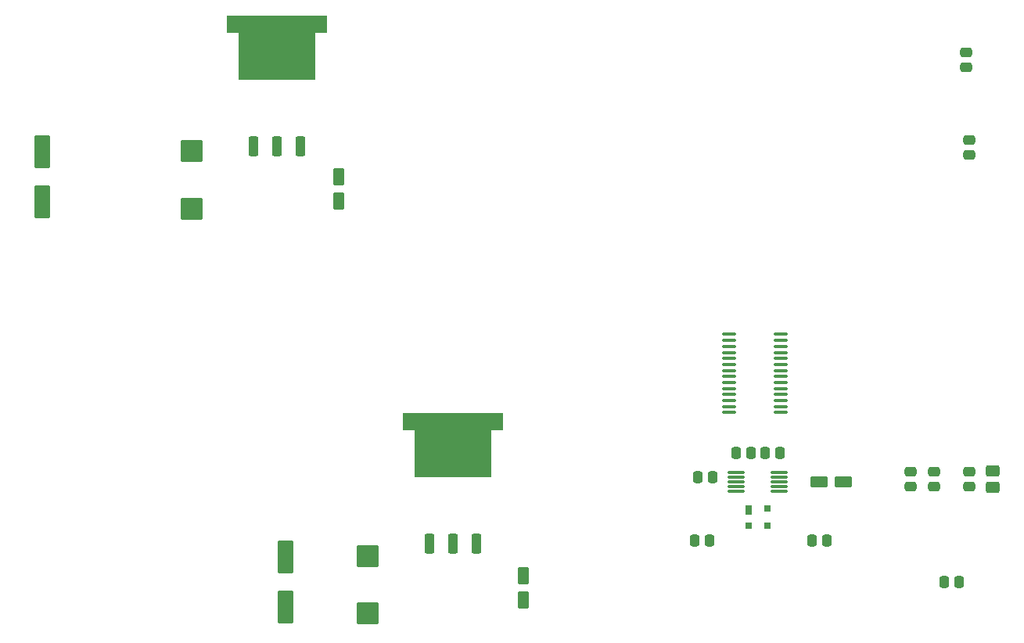
<source format=gtp>
G04*
G04 #@! TF.GenerationSoftware,Altium Limited,Altium Designer,21.9.2 (33)*
G04*
G04 Layer_Color=8421504*
%FSLAX24Y24*%
%MOIN*%
G70*
G04*
G04 #@! TF.SameCoordinates,D973DA56-E0BB-4DEA-AE19-888B2019222A*
G04*
G04*
G04 #@! TF.FilePolarity,Positive*
G04*
G01*
G75*
G04:AMPARAMS|DCode=15|XSize=59.1mil|YSize=49.2mil|CornerRadius=12.3mil|HoleSize=0mil|Usage=FLASHONLY|Rotation=180.000|XOffset=0mil|YOffset=0mil|HoleType=Round|Shape=RoundedRectangle|*
%AMROUNDEDRECTD15*
21,1,0.0591,0.0246,0,0,180.0*
21,1,0.0344,0.0492,0,0,180.0*
1,1,0.0246,-0.0172,0.0123*
1,1,0.0246,0.0172,0.0123*
1,1,0.0246,0.0172,-0.0123*
1,1,0.0246,-0.0172,-0.0123*
%
%ADD15ROUNDEDRECTD15*%
G04:AMPARAMS|DCode=16|XSize=70.9mil|YSize=48.4mil|CornerRadius=4.8mil|HoleSize=0mil|Usage=FLASHONLY|Rotation=270.000|XOffset=0mil|YOffset=0mil|HoleType=Round|Shape=RoundedRectangle|*
%AMROUNDEDRECTD16*
21,1,0.0709,0.0387,0,0,270.0*
21,1,0.0612,0.0484,0,0,270.0*
1,1,0.0097,-0.0194,-0.0306*
1,1,0.0097,-0.0194,0.0306*
1,1,0.0097,0.0194,0.0306*
1,1,0.0097,0.0194,-0.0306*
%
%ADD16ROUNDEDRECTD16*%
G04:AMPARAMS|DCode=17|XSize=141.7mil|YSize=65mil|CornerRadius=6.5mil|HoleSize=0mil|Usage=FLASHONLY|Rotation=270.000|XOffset=0mil|YOffset=0mil|HoleType=Round|Shape=RoundedRectangle|*
%AMROUNDEDRECTD17*
21,1,0.1417,0.0520,0,0,270.0*
21,1,0.1287,0.0650,0,0,270.0*
1,1,0.0130,-0.0260,-0.0644*
1,1,0.0130,-0.0260,0.0644*
1,1,0.0130,0.0260,0.0644*
1,1,0.0130,0.0260,-0.0644*
%
%ADD17ROUNDEDRECTD17*%
G04:AMPARAMS|DCode=18|XSize=93.3mil|YSize=95.7mil|CornerRadius=9.3mil|HoleSize=0mil|Usage=FLASHONLY|Rotation=270.000|XOffset=0mil|YOffset=0mil|HoleType=Round|Shape=RoundedRectangle|*
%AMROUNDEDRECTD18*
21,1,0.0933,0.0770,0,0,270.0*
21,1,0.0746,0.0957,0,0,270.0*
1,1,0.0187,-0.0385,-0.0373*
1,1,0.0187,-0.0385,0.0373*
1,1,0.0187,0.0385,0.0373*
1,1,0.0187,0.0385,-0.0373*
%
%ADD18ROUNDEDRECTD18*%
G04:AMPARAMS|DCode=19|XSize=85mil|YSize=42.1mil|CornerRadius=10.5mil|HoleSize=0mil|Usage=FLASHONLY|Rotation=270.000|XOffset=0mil|YOffset=0mil|HoleType=Round|Shape=RoundedRectangle|*
%AMROUNDEDRECTD19*
21,1,0.0850,0.0211,0,0,270.0*
21,1,0.0640,0.0421,0,0,270.0*
1,1,0.0211,-0.0105,-0.0320*
1,1,0.0211,-0.0105,0.0320*
1,1,0.0211,0.0105,0.0320*
1,1,0.0211,0.0105,-0.0320*
%
%ADD19ROUNDEDRECTD19*%
G04:AMPARAMS|DCode=20|XSize=51.2mil|YSize=39.4mil|CornerRadius=9.8mil|HoleSize=0mil|Usage=FLASHONLY|Rotation=0.000|XOffset=0mil|YOffset=0mil|HoleType=Round|Shape=RoundedRectangle|*
%AMROUNDEDRECTD20*
21,1,0.0512,0.0197,0,0,0.0*
21,1,0.0315,0.0394,0,0,0.0*
1,1,0.0197,0.0157,-0.0098*
1,1,0.0197,-0.0157,-0.0098*
1,1,0.0197,-0.0157,0.0098*
1,1,0.0197,0.0157,0.0098*
%
%ADD20ROUNDEDRECTD20*%
G04:AMPARAMS|DCode=21|XSize=51.2mil|YSize=39.4mil|CornerRadius=9.8mil|HoleSize=0mil|Usage=FLASHONLY|Rotation=270.000|XOffset=0mil|YOffset=0mil|HoleType=Round|Shape=RoundedRectangle|*
%AMROUNDEDRECTD21*
21,1,0.0512,0.0197,0,0,270.0*
21,1,0.0315,0.0394,0,0,270.0*
1,1,0.0197,-0.0098,-0.0157*
1,1,0.0197,-0.0098,0.0157*
1,1,0.0197,0.0098,0.0157*
1,1,0.0197,0.0098,-0.0157*
%
%ADD21ROUNDEDRECTD21*%
G04:AMPARAMS|DCode=22|XSize=11.8mil|YSize=72.8mil|CornerRadius=3mil|HoleSize=0mil|Usage=FLASHONLY|Rotation=270.000|XOffset=0mil|YOffset=0mil|HoleType=Round|Shape=RoundedRectangle|*
%AMROUNDEDRECTD22*
21,1,0.0118,0.0669,0,0,270.0*
21,1,0.0059,0.0728,0,0,270.0*
1,1,0.0059,-0.0335,-0.0030*
1,1,0.0059,-0.0335,0.0030*
1,1,0.0059,0.0335,0.0030*
1,1,0.0059,0.0335,-0.0030*
%
%ADD22ROUNDEDRECTD22*%
G04:AMPARAMS|DCode=23|XSize=70.9mil|YSize=48.4mil|CornerRadius=4.8mil|HoleSize=0mil|Usage=FLASHONLY|Rotation=0.000|XOffset=0mil|YOffset=0mil|HoleType=Round|Shape=RoundedRectangle|*
%AMROUNDEDRECTD23*
21,1,0.0709,0.0387,0,0,0.0*
21,1,0.0612,0.0484,0,0,0.0*
1,1,0.0097,0.0306,-0.0194*
1,1,0.0097,-0.0306,-0.0194*
1,1,0.0097,-0.0306,0.0194*
1,1,0.0097,0.0306,0.0194*
%
%ADD23ROUNDEDRECTD23*%
%ADD24O,0.0630X0.0118*%
G04:AMPARAMS|DCode=25|XSize=23.6mil|YSize=27.6mil|CornerRadius=1.2mil|HoleSize=0mil|Usage=FLASHONLY|Rotation=270.000|XOffset=0mil|YOffset=0mil|HoleType=Round|Shape=RoundedRectangle|*
%AMROUNDEDRECTD25*
21,1,0.0236,0.0252,0,0,270.0*
21,1,0.0213,0.0276,0,0,270.0*
1,1,0.0024,-0.0126,-0.0106*
1,1,0.0024,-0.0126,0.0106*
1,1,0.0024,0.0126,0.0106*
1,1,0.0024,0.0126,-0.0106*
%
%ADD25ROUNDEDRECTD25*%
G04:AMPARAMS|DCode=26|XSize=39.4mil|YSize=27.6mil|CornerRadius=1.4mil|HoleSize=0mil|Usage=FLASHONLY|Rotation=270.000|XOffset=0mil|YOffset=0mil|HoleType=Round|Shape=RoundedRectangle|*
%AMROUNDEDRECTD26*
21,1,0.0394,0.0248,0,0,270.0*
21,1,0.0366,0.0276,0,0,270.0*
1,1,0.0028,-0.0124,-0.0183*
1,1,0.0028,-0.0124,0.0183*
1,1,0.0028,0.0124,0.0183*
1,1,0.0028,0.0124,-0.0183*
%
%ADD26ROUNDEDRECTD26*%
G36*
X28935Y21515D02*
X33187D01*
Y20763D01*
X32701D01*
Y18763D01*
X29421D01*
Y20763D01*
X28935D01*
Y21515D01*
D02*
G37*
G36*
X21435Y38446D02*
X25687D01*
Y37694D01*
X25201D01*
Y35694D01*
X21921D01*
Y37694D01*
X21435D01*
Y38446D01*
D02*
G37*
D15*
X54061Y18342D02*
D03*
Y19031D02*
D03*
D16*
X26186Y31577D02*
D03*
Y30545D02*
D03*
X34061Y14577D02*
D03*
Y13545D02*
D03*
D17*
X23936Y15374D02*
D03*
Y13248D02*
D03*
X13561Y32624D02*
D03*
Y30498D02*
D03*
D18*
X27436Y12958D02*
D03*
Y15414D02*
D03*
X19936Y30208D02*
D03*
Y32664D02*
D03*
D19*
X30061Y15936D02*
D03*
X31061D02*
D03*
X32061D02*
D03*
X22561Y32867D02*
D03*
X23561D02*
D03*
X24561D02*
D03*
D20*
X52936Y36246D02*
D03*
Y36876D02*
D03*
X53061Y19001D02*
D03*
Y18371D02*
D03*
X50561Y18371D02*
D03*
Y19001D02*
D03*
X51561Y19001D02*
D03*
Y18371D02*
D03*
X53061Y32496D02*
D03*
Y33126D02*
D03*
D21*
X43121Y19811D02*
D03*
X43751D02*
D03*
X45001D02*
D03*
X44371D02*
D03*
X41496Y18749D02*
D03*
X42126D02*
D03*
X51996Y14311D02*
D03*
X52626D02*
D03*
X41371Y16061D02*
D03*
X42001D02*
D03*
X47001D02*
D03*
X46371D02*
D03*
D22*
X43146Y18758D02*
D03*
Y18561D02*
D03*
Y18364D02*
D03*
Y18167D02*
D03*
Y18955D02*
D03*
X44976D02*
D03*
Y18758D02*
D03*
Y18561D02*
D03*
Y18364D02*
D03*
Y18167D02*
D03*
D23*
X46670Y18561D02*
D03*
X47702D02*
D03*
D24*
X42834Y24849D02*
D03*
Y24594D02*
D03*
Y24338D02*
D03*
Y24082D02*
D03*
Y23826D02*
D03*
Y23570D02*
D03*
Y23314D02*
D03*
Y23058D02*
D03*
Y22802D02*
D03*
Y22546D02*
D03*
Y22290D02*
D03*
Y22034D02*
D03*
Y21779D02*
D03*
Y21523D02*
D03*
X45038D02*
D03*
Y24849D02*
D03*
Y24594D02*
D03*
Y24338D02*
D03*
Y24082D02*
D03*
Y23826D02*
D03*
Y23570D02*
D03*
Y23314D02*
D03*
Y23058D02*
D03*
Y22802D02*
D03*
Y22546D02*
D03*
Y22290D02*
D03*
Y22034D02*
D03*
Y21779D02*
D03*
D25*
X44455Y17435D02*
D03*
Y16687D02*
D03*
X43667D02*
D03*
D26*
Y17356D02*
D03*
M02*

</source>
